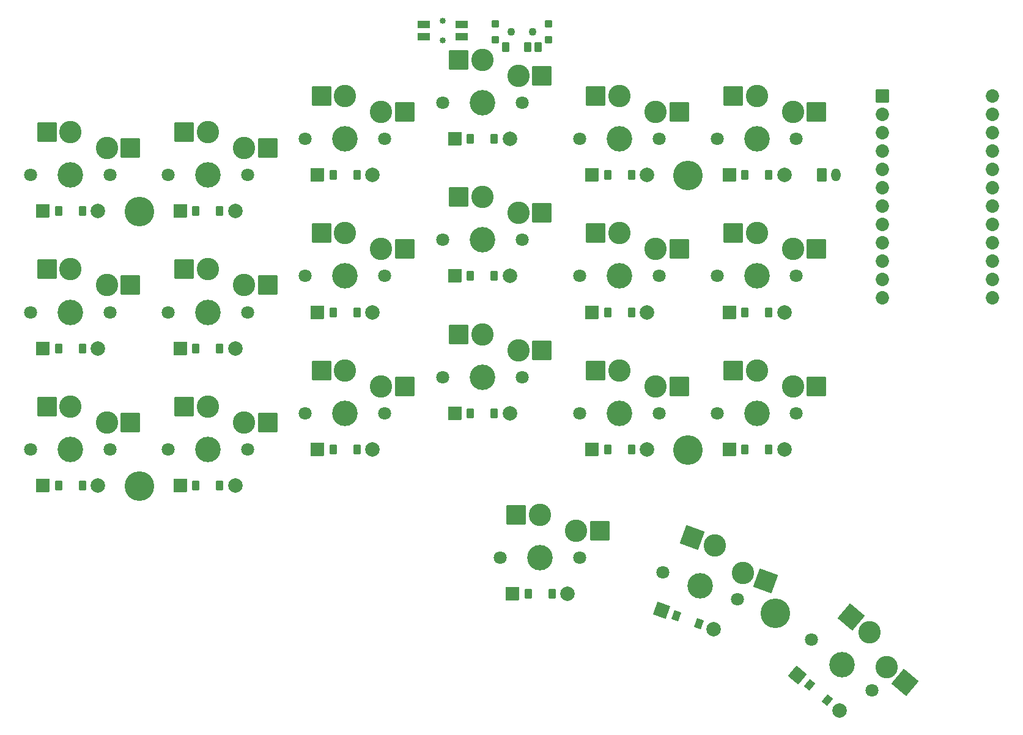
<source format=gbr>
%TF.GenerationSoftware,KiCad,Pcbnew,9.0.3*%
%TF.CreationDate,2025-09-27T17:43:50-06:00*%
%TF.ProjectId,left_connected,6c656674-5f63-46f6-9e6e-65637465642e,v1.0.0*%
%TF.SameCoordinates,Original*%
%TF.FileFunction,Soldermask,Bot*%
%TF.FilePolarity,Negative*%
%FSLAX46Y46*%
G04 Gerber Fmt 4.6, Leading zero omitted, Abs format (unit mm)*
G04 Created by KiCad (PCBNEW 9.0.3) date 2025-09-27 17:43:50*
%MOMM*%
%LPD*%
G01*
G04 APERTURE LIST*
G04 Aperture macros list*
%AMRoundRect*
0 Rectangle with rounded corners*
0 $1 Rounding radius*
0 $2 $3 $4 $5 $6 $7 $8 $9 X,Y pos of 4 corners*
0 Add a 4 corners polygon primitive as box body*
4,1,4,$2,$3,$4,$5,$6,$7,$8,$9,$2,$3,0*
0 Add four circle primitives for the rounded corners*
1,1,$1+$1,$2,$3*
1,1,$1+$1,$4,$5*
1,1,$1+$1,$6,$7*
1,1,$1+$1,$8,$9*
0 Add four rect primitives between the rounded corners*
20,1,$1+$1,$2,$3,$4,$5,0*
20,1,$1+$1,$4,$5,$6,$7,0*
20,1,$1+$1,$6,$7,$8,$9,0*
20,1,$1+$1,$8,$9,$2,$3,0*%
G04 Aperture macros list end*
%ADD10RoundRect,0.050000X-0.450000X-0.450000X0.450000X-0.450000X0.450000X0.450000X-0.450000X0.450000X0*%
%ADD11C,1.100000*%
%ADD12RoundRect,0.050000X-0.450000X-0.625000X0.450000X-0.625000X0.450000X0.625000X-0.450000X0.625000X0*%
%ADD13C,1.801800*%
%ADD14C,3.100000*%
%ADD15C,3.529000*%
%ADD16RoundRect,0.050000X-1.300000X-1.300000X1.300000X-1.300000X1.300000X1.300000X-1.300000X1.300000X0*%
%ADD17RoundRect,0.050000X-0.889000X-0.889000X0.889000X-0.889000X0.889000X0.889000X-0.889000X0.889000X0*%
%ADD18RoundRect,0.050000X-0.450000X-0.600000X0.450000X-0.600000X0.450000X0.600000X-0.450000X0.600000X0*%
%ADD19C,2.005000*%
%ADD20RoundRect,0.050000X-1.139443X-0.531331X0.531331X-1.139443X1.139443X0.531331X-0.531331X1.139443X0*%
%ADD21RoundRect,0.050000X-0.628074X-0.409907X0.217650X-0.717725X0.628074X0.409907X-0.217650X0.717725X0*%
%ADD22RoundRect,0.050000X-0.600000X-0.850000X0.600000X-0.850000X0.600000X0.850000X-0.600000X0.850000X0*%
%ADD23O,1.300000X1.800000*%
%ADD24RoundRect,0.050000X-0.876300X0.876300X-0.876300X-0.876300X0.876300X-0.876300X0.876300X0.876300X0*%
%ADD25C,1.852600*%
%ADD26C,4.100000*%
%ADD27RoundRect,0.050000X-1.666227X-0.776974X0.776974X-1.666227X1.666227X0.776974X-0.776974X1.666227X0*%
%ADD28C,0.850000*%
%ADD29RoundRect,0.050000X-0.775000X-0.500000X0.775000X-0.500000X0.775000X0.500000X-0.775000X0.500000X0*%
%ADD30RoundRect,0.050000X-1.252452X-0.109575X0.109575X-1.252452X1.252452X0.109575X-0.109575X1.252452X0*%
%ADD31RoundRect,0.050000X-0.730393X-0.170372X-0.040953X-0.748881X0.730393X0.170372X0.040953X0.748881X0*%
%ADD32RoundRect,0.050000X-1.831482X-0.160234X0.160234X-1.831482X1.831482X0.160234X-0.160234X1.831482X0*%
G04 APERTURE END LIST*
D10*
%TO.C,T1*%
X158800000Y-41100000D03*
X158800000Y-43300000D03*
D11*
X161000000Y-42200000D03*
X164000000Y-42200000D03*
D10*
X166200000Y-41100000D03*
X166200000Y-43300000D03*
D12*
X160250000Y-44275000D03*
X163250000Y-44275000D03*
X164750000Y-44275000D03*
%TD*%
D13*
%TO.C,S11*%
X151500000Y-71000000D03*
D14*
X157000000Y-65050000D03*
D15*
X157000000Y-71000000D03*
D14*
X162000000Y-67250000D03*
D13*
X162500000Y-71000000D03*
D16*
X153725000Y-65050000D03*
X165275000Y-67250000D03*
%TD*%
D13*
%TO.C,S8*%
X132500000Y-76000000D03*
D14*
X138000000Y-70050000D03*
D15*
X138000000Y-76000000D03*
D14*
X143000000Y-72250000D03*
D13*
X143500000Y-76000000D03*
D16*
X134725000Y-70050000D03*
X146275000Y-72250000D03*
%TD*%
D17*
%TO.C,D9*%
X134190000Y-62000000D03*
D18*
X136350000Y-62000000D03*
X139650000Y-62000000D03*
D19*
X141810000Y-62000000D03*
%TD*%
D13*
%TO.C,S19*%
X159500000Y-115000000D03*
D14*
X165000000Y-109050000D03*
D15*
X165000000Y-115000000D03*
D14*
X170000000Y-111250000D03*
D13*
X170500000Y-115000000D03*
D16*
X161725000Y-109050000D03*
X173275000Y-111250000D03*
%TD*%
D17*
%TO.C,D6*%
X115190000Y-67000000D03*
D18*
X117350000Y-67000000D03*
X120650000Y-67000000D03*
D19*
X122810000Y-67000000D03*
%TD*%
D13*
%TO.C,S10*%
X151500000Y-90000000D03*
D14*
X157000000Y-84050000D03*
D15*
X157000000Y-90000000D03*
D14*
X162000000Y-86250000D03*
D13*
X162500000Y-90000000D03*
D16*
X153725000Y-84050000D03*
X165275000Y-86250000D03*
%TD*%
D13*
%TO.C,S16*%
X189500000Y-95000000D03*
D14*
X195000000Y-89050000D03*
D15*
X195000000Y-95000000D03*
D14*
X200000000Y-91250000D03*
D13*
X200500000Y-95000000D03*
D16*
X191725000Y-89050000D03*
X203275000Y-91250000D03*
%TD*%
D17*
%TO.C,D5*%
X115190000Y-86000000D03*
D18*
X117350000Y-86000000D03*
X120650000Y-86000000D03*
D19*
X122810000Y-86000000D03*
%TD*%
D13*
%TO.C,S2*%
X94500000Y-81000000D03*
D14*
X100000000Y-75050000D03*
D15*
X100000000Y-81000000D03*
D14*
X105000000Y-77250000D03*
D13*
X105500000Y-81000000D03*
D16*
X96725000Y-75050000D03*
X108275000Y-77250000D03*
%TD*%
D17*
%TO.C,D12*%
X153190000Y-57000000D03*
D18*
X155350000Y-57000000D03*
X158650000Y-57000000D03*
D19*
X160810000Y-57000000D03*
%TD*%
D17*
%TO.C,D1*%
X96190000Y-105000000D03*
D18*
X98350000Y-105000000D03*
X101650000Y-105000000D03*
D19*
X103810000Y-105000000D03*
%TD*%
D20*
%TO.C,D20*%
X181842758Y-122298027D03*
D21*
X183872494Y-123036791D03*
X186973480Y-124165457D03*
D19*
X189003216Y-124904221D03*
%TD*%
D17*
%TO.C,D16*%
X191190000Y-100000000D03*
D18*
X193350000Y-100000000D03*
X196650000Y-100000000D03*
D19*
X198810000Y-100000000D03*
%TD*%
D22*
%TO.C,JST1*%
X204000000Y-62000000D03*
D23*
X206000000Y-62000000D03*
%TD*%
D17*
%TO.C,D10*%
X153190000Y-95000000D03*
D18*
X155350000Y-95000000D03*
X158650000Y-95000000D03*
D19*
X160810000Y-95000000D03*
%TD*%
D17*
%TO.C,D18*%
X191190000Y-62000000D03*
D18*
X193350000Y-62000000D03*
X196650000Y-62000000D03*
D19*
X198810000Y-62000000D03*
%TD*%
D13*
%TO.C,S13*%
X170500000Y-95000000D03*
D14*
X176000000Y-89050000D03*
D15*
X176000000Y-95000000D03*
D14*
X181000000Y-91250000D03*
D13*
X181500000Y-95000000D03*
D16*
X172725000Y-89050000D03*
X184275000Y-91250000D03*
%TD*%
D17*
%TO.C,D7*%
X134190000Y-100000000D03*
D18*
X136350000Y-100000000D03*
X139650000Y-100000000D03*
D19*
X141810000Y-100000000D03*
%TD*%
D13*
%TO.C,S15*%
X170500000Y-57000000D03*
D14*
X176000000Y-51050000D03*
D15*
X176000000Y-57000000D03*
D14*
X181000000Y-53250000D03*
D13*
X181500000Y-57000000D03*
D16*
X172725000Y-51050000D03*
X184275000Y-53250000D03*
%TD*%
D13*
%TO.C,S12*%
X151500000Y-52000000D03*
D14*
X157000000Y-46050000D03*
D15*
X157000000Y-52000000D03*
D14*
X162000000Y-48250000D03*
D13*
X162500000Y-52000000D03*
D16*
X153725000Y-46050000D03*
X165275000Y-48250000D03*
%TD*%
D17*
%TO.C,D19*%
X161190000Y-120000000D03*
D18*
X163350000Y-120000000D03*
X166650000Y-120000000D03*
D19*
X168810000Y-120000000D03*
%TD*%
D24*
%TO.C,MCU1*%
X212380000Y-51030000D03*
D25*
X212380000Y-53570000D03*
X212380000Y-56110000D03*
X212380000Y-58650000D03*
X212380000Y-61190000D03*
X212380000Y-63730000D03*
X212380000Y-66270000D03*
X212380000Y-68810000D03*
X212380000Y-71350000D03*
X212380000Y-73890000D03*
X212380000Y-76430000D03*
X212380000Y-78970000D03*
X227620000Y-51030000D03*
X227620000Y-53570000D03*
X227620000Y-56110000D03*
X227620000Y-58650000D03*
X227620000Y-61190000D03*
X227620000Y-63730000D03*
X227620000Y-66270000D03*
X227620000Y-68810000D03*
X227620000Y-71350000D03*
X227620000Y-73890000D03*
X227620000Y-76430000D03*
X227620000Y-78970000D03*
%TD*%
D17*
%TO.C,D14*%
X172190000Y-81000000D03*
D18*
X174350000Y-81000000D03*
X177650000Y-81000000D03*
D19*
X179810000Y-81000000D03*
%TD*%
D26*
%TO.C,*%
X185460000Y-62100000D03*
%TD*%
D17*
%TO.C,D3*%
X96190000Y-67000000D03*
D18*
X98350000Y-67000000D03*
X101650000Y-67000000D03*
D19*
X103810000Y-67000000D03*
%TD*%
D13*
%TO.C,S20*%
X181964778Y-117021550D03*
D14*
X189168107Y-113311490D03*
D15*
X187133087Y-118902661D03*
D14*
X193114126Y-117088914D03*
D13*
X192301396Y-120783772D03*
D27*
X186090614Y-112191374D03*
X196191619Y-118209030D03*
%TD*%
D26*
%TO.C,*%
X185460000Y-100100000D03*
%TD*%
D13*
%TO.C,S1*%
X94500000Y-100000000D03*
D14*
X100000000Y-94050000D03*
D15*
X100000000Y-100000000D03*
D14*
X105000000Y-96250000D03*
D13*
X105500000Y-100000000D03*
D16*
X96725000Y-94050000D03*
X108275000Y-96250000D03*
%TD*%
D17*
%TO.C,D17*%
X191190000Y-81000000D03*
D18*
X193350000Y-81000000D03*
X196650000Y-81000000D03*
D19*
X198810000Y-81000000D03*
%TD*%
D17*
%TO.C,D11*%
X153190000Y-76000000D03*
D18*
X155350000Y-76000000D03*
X158650000Y-76000000D03*
D19*
X160810000Y-76000000D03*
%TD*%
D13*
%TO.C,S6*%
X113500000Y-62000000D03*
D14*
X119000000Y-56050000D03*
D15*
X119000000Y-62000000D03*
D14*
X124000000Y-58250000D03*
D13*
X124500000Y-62000000D03*
D16*
X115725000Y-56050000D03*
X127275000Y-58250000D03*
%TD*%
D13*
%TO.C,S18*%
X189500000Y-57000000D03*
D14*
X195000000Y-51050000D03*
D15*
X195000000Y-57000000D03*
D14*
X200000000Y-53250000D03*
D13*
X200500000Y-57000000D03*
D16*
X191725000Y-51050000D03*
X203275000Y-53250000D03*
%TD*%
D13*
%TO.C,S4*%
X113500000Y-100000000D03*
D14*
X119000000Y-94050000D03*
D15*
X119000000Y-100000000D03*
D14*
X124000000Y-96250000D03*
D13*
X124500000Y-100000000D03*
D16*
X115725000Y-94050000D03*
X127275000Y-96250000D03*
%TD*%
D13*
%TO.C,S9*%
X132500000Y-57000000D03*
D14*
X138000000Y-51050000D03*
D15*
X138000000Y-57000000D03*
D14*
X143000000Y-53250000D03*
D13*
X143500000Y-57000000D03*
D16*
X134725000Y-51050000D03*
X146275000Y-53250000D03*
%TD*%
D17*
%TO.C,D13*%
X172190000Y-100000000D03*
D18*
X174350000Y-100000000D03*
X177650000Y-100000000D03*
D19*
X179810000Y-100000000D03*
%TD*%
D13*
%TO.C,S3*%
X94500000Y-62000000D03*
D14*
X100000000Y-56050000D03*
D15*
X100000000Y-62000000D03*
D14*
X105000000Y-58250000D03*
D13*
X105500000Y-62000000D03*
D16*
X96725000Y-56050000D03*
X108275000Y-58250000D03*
%TD*%
D17*
%TO.C,D2*%
X96190000Y-86000000D03*
D18*
X98350000Y-86000000D03*
X101650000Y-86000000D03*
D19*
X103810000Y-86000000D03*
%TD*%
D13*
%TO.C,S5*%
X113500000Y-81000000D03*
D14*
X119000000Y-75050000D03*
D15*
X119000000Y-81000000D03*
D14*
X124000000Y-77250000D03*
D13*
X124500000Y-81000000D03*
D16*
X115725000Y-75050000D03*
X127275000Y-77250000D03*
%TD*%
D26*
%TO.C,*%
X109540000Y-67100000D03*
%TD*%
%TO.C,*%
X109540000Y-105100000D03*
%TD*%
D13*
%TO.C,S14*%
X170500000Y-76000000D03*
D14*
X176000000Y-70050000D03*
D15*
X176000000Y-76000000D03*
D14*
X181000000Y-72250000D03*
D13*
X181500000Y-76000000D03*
D16*
X172725000Y-70050000D03*
X184275000Y-72250000D03*
%TD*%
D17*
%TO.C,D15*%
X172190000Y-62000000D03*
D18*
X174350000Y-62000000D03*
X177650000Y-62000000D03*
D19*
X179810000Y-62000000D03*
%TD*%
D28*
%TO.C,B1*%
X151500000Y-40625000D03*
X151500000Y-43375000D03*
D29*
X148875000Y-41150000D03*
X154125000Y-41150000D03*
X148875000Y-42850000D03*
X154125000Y-42850000D03*
%TD*%
D30*
%TO.C,D21*%
X200637679Y-131220357D03*
D31*
X202292335Y-132608778D03*
X204820281Y-134729978D03*
D19*
X206474937Y-136118399D03*
%TD*%
D17*
%TO.C,D8*%
X134190000Y-81000000D03*
D18*
X136350000Y-81000000D03*
X139650000Y-81000000D03*
D19*
X141810000Y-81000000D03*
%TD*%
D17*
%TO.C,D4*%
X115190000Y-105000000D03*
D18*
X117350000Y-105000000D03*
X120650000Y-105000000D03*
D19*
X122810000Y-105000000D03*
%TD*%
D13*
%TO.C,S7*%
X132500000Y-95000000D03*
D14*
X138000000Y-89050000D03*
D15*
X138000000Y-95000000D03*
D14*
X143000000Y-91250000D03*
D13*
X143500000Y-95000000D03*
D16*
X134725000Y-89050000D03*
X146275000Y-91250000D03*
%TD*%
D13*
%TO.C,S21*%
X202557002Y-126303824D03*
D14*
X210594832Y-125281192D03*
D15*
X206770246Y-129839156D03*
D14*
X213010922Y-130180427D03*
D13*
X210983490Y-133374488D03*
D32*
X208086037Y-123176062D03*
X215519717Y-132285557D03*
%TD*%
D26*
%TO.C,*%
X197620057Y-122719605D03*
%TD*%
D13*
%TO.C,S17*%
X189500000Y-76000000D03*
D14*
X195000000Y-70050000D03*
D15*
X195000000Y-76000000D03*
D14*
X200000000Y-72250000D03*
D13*
X200500000Y-76000000D03*
D16*
X191725000Y-70050000D03*
X203275000Y-72250000D03*
%TD*%
M02*

</source>
